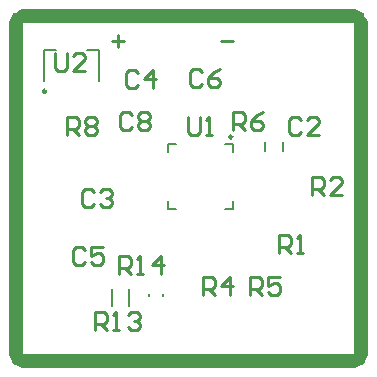
<source format=gto>
G04*
G04 #@! TF.GenerationSoftware,Altium Limited,Altium Designer,22.6.1 (34)*
G04*
G04 Layer_Color=65535*
%FSLAX44Y44*%
%MOMM*%
G71*
G04*
G04 #@! TF.SameCoordinates,4B676402-AEF7-43F9-94C9-A96E2D6DE339*
G04*
G04*
G04 #@! TF.FilePolarity,Positive*
G04*
G01*
G75*
%ADD10C,0.2500*%
%ADD11C,0.2000*%
%ADD12C,0.2540*%
%ADD13C,1.2000*%
D10*
X19284Y222250D02*
G03*
X19284Y222250I-1250J0D01*
G01*
X177000Y183750D02*
G03*
X177000Y183750I-1250J0D01*
G01*
D11*
X54394Y257070D02*
X63894D01*
Y231070D02*
Y257070D01*
X17894D02*
X27394D01*
X17894Y231070D02*
Y257070D01*
X118750Y49000D02*
Y51000D01*
X106250Y49000D02*
Y51000D01*
X89362Y40138D02*
Y54862D01*
X75638Y40138D02*
Y54862D01*
X204344Y172014D02*
Y179014D01*
X220344Y172014D02*
Y179014D01*
X170500Y177250D02*
X177250D01*
Y170500D02*
Y177250D01*
Y122750D02*
Y129500D01*
X170500Y122750D02*
X177250D01*
X122750D02*
X129500D01*
X122750D02*
Y129500D01*
Y177250D02*
X129500D01*
X122750Y170500D02*
Y177250D01*
D12*
X167540Y265040D02*
X177697D01*
X75040Y265118D02*
X85197D01*
X80118Y270197D02*
Y260040D01*
X80956Y67382D02*
Y82618D01*
X88574D01*
X91113Y80078D01*
Y75000D01*
X88574Y72461D01*
X80956D01*
X86034D02*
X91113Y67382D01*
X96191D02*
X101270D01*
X98730D01*
Y82618D01*
X96191Y80078D01*
X116505Y67382D02*
Y82618D01*
X108887Y75000D01*
X119044D01*
X60956Y19883D02*
Y35117D01*
X68574D01*
X71113Y32578D01*
Y27500D01*
X68574Y24961D01*
X60956D01*
X66034D02*
X71113Y19883D01*
X76191D02*
X81270D01*
X78730D01*
Y35117D01*
X76191Y32578D01*
X88887D02*
X91426Y35117D01*
X96505D01*
X99044Y32578D01*
Y30039D01*
X96505Y27500D01*
X93966D01*
X96505D01*
X99044Y24961D01*
Y22422D01*
X96505Y19883D01*
X91426D01*
X88887Y22422D01*
X27304Y255117D02*
Y242422D01*
X29843Y239883D01*
X34922D01*
X37461Y242422D01*
Y255117D01*
X52696Y239883D02*
X42539D01*
X52696Y250039D01*
Y252578D01*
X50157Y255117D01*
X45078D01*
X42539Y252578D01*
X139843Y200117D02*
Y187422D01*
X142382Y184883D01*
X147461D01*
X150000Y187422D01*
Y200117D01*
X155078Y184883D02*
X160157D01*
X157618D01*
Y200117D01*
X155078Y197578D01*
X37304Y184883D02*
Y200117D01*
X44922D01*
X47461Y197578D01*
Y192500D01*
X44922Y189961D01*
X37304D01*
X42382D02*
X47461Y184883D01*
X52539Y197578D02*
X55078Y200117D01*
X60157D01*
X62696Y197578D01*
Y195039D01*
X60157Y192500D01*
X62696Y189961D01*
Y187422D01*
X60157Y184883D01*
X55078D01*
X52539Y187422D01*
Y189961D01*
X55078Y192500D01*
X52539Y195039D01*
Y197578D01*
X55078Y192500D02*
X60157D01*
X177304Y189883D02*
Y205117D01*
X184922D01*
X187461Y202578D01*
Y197500D01*
X184922Y194961D01*
X177304D01*
X182383D02*
X187461Y189883D01*
X202696Y205117D02*
X197617Y202578D01*
X192539Y197500D01*
Y192422D01*
X195078Y189883D01*
X200157D01*
X202696Y192422D01*
Y194961D01*
X200157Y197500D01*
X192539D01*
X192304Y49882D02*
Y65118D01*
X199922D01*
X202461Y62578D01*
Y57500D01*
X199922Y54961D01*
X192304D01*
X197383D02*
X202461Y49882D01*
X217696Y65118D02*
X207539D01*
Y57500D01*
X212617Y60039D01*
X215157D01*
X217696Y57500D01*
Y52422D01*
X215157Y49882D01*
X210078D01*
X207539Y52422D01*
X152304Y49882D02*
Y65118D01*
X159922D01*
X162461Y62578D01*
Y57500D01*
X159922Y54961D01*
X152304D01*
X157382D02*
X162461Y49882D01*
X175157D02*
Y65118D01*
X167539Y57500D01*
X177696D01*
X244804Y134882D02*
Y150118D01*
X252422D01*
X254961Y147578D01*
Y142500D01*
X252422Y139961D01*
X244804D01*
X249883D02*
X254961Y134882D01*
X270196D02*
X260039D01*
X270196Y145039D01*
Y147578D01*
X267657Y150118D01*
X262578D01*
X260039Y147578D01*
X216968Y85632D02*
Y100868D01*
X224586D01*
X227125Y98328D01*
Y93250D01*
X224586Y90711D01*
X216968D01*
X222047D02*
X227125Y85632D01*
X232204D02*
X237282D01*
X234743D01*
Y100868D01*
X232204Y98328D01*
X92461Y202578D02*
X89922Y205117D01*
X84843D01*
X82304Y202578D01*
Y192422D01*
X84843Y189883D01*
X89922D01*
X92461Y192422D01*
X97539Y202578D02*
X100078Y205117D01*
X105157D01*
X107696Y202578D01*
Y200039D01*
X105157Y197500D01*
X107696Y194961D01*
Y192422D01*
X105157Y189883D01*
X100078D01*
X97539Y192422D01*
Y194961D01*
X100078Y197500D01*
X97539Y200039D01*
Y202578D01*
X100078Y197500D02*
X105157D01*
X151131Y239012D02*
X148592Y241551D01*
X143513D01*
X140974Y239012D01*
Y228856D01*
X143513Y226317D01*
X148592D01*
X151131Y228856D01*
X166366Y241551D02*
X161287Y239012D01*
X156209Y233934D01*
Y228856D01*
X158748Y226317D01*
X163827D01*
X166366Y228856D01*
Y231395D01*
X163827Y233934D01*
X156209D01*
X52461Y87578D02*
X49922Y90118D01*
X44843D01*
X42304Y87578D01*
Y77422D01*
X44843Y74882D01*
X49922D01*
X52461Y77422D01*
X67696Y90118D02*
X57539D01*
Y82500D01*
X62618Y85039D01*
X65157D01*
X67696Y82500D01*
Y77422D01*
X65157Y74882D01*
X60078D01*
X57539Y77422D01*
X97461Y237578D02*
X94922Y240117D01*
X89843D01*
X87304Y237578D01*
Y227422D01*
X89843Y224883D01*
X94922D01*
X97461Y227422D01*
X110157Y224883D02*
Y240117D01*
X102539Y232500D01*
X112696D01*
X60090Y136955D02*
X57551Y139495D01*
X52473D01*
X49934Y136955D01*
Y126799D01*
X52473Y124260D01*
X57551D01*
X60090Y126799D01*
X65168Y136955D02*
X67708Y139495D01*
X72786D01*
X75325Y136955D01*
Y134416D01*
X72786Y131877D01*
X70247D01*
X72786D01*
X75325Y129338D01*
Y126799D01*
X72786Y124260D01*
X67708D01*
X65168Y126799D01*
X234961Y197578D02*
X232422Y200117D01*
X227343D01*
X224804Y197578D01*
Y187422D01*
X227343Y184883D01*
X232422D01*
X234961Y187422D01*
X250196Y184883D02*
X240039D01*
X250196Y195039D01*
Y197578D01*
X247657Y200117D01*
X242578D01*
X240039Y197578D01*
D13*
X286000Y280000D02*
G03*
X280000Y286000I-6000J0D01*
G01*
X286000Y280000D02*
G03*
X280000Y286000I-6000J0D01*
G01*
Y-6000D02*
G03*
X286000Y0I0J6000D01*
G01*
X280000Y-6000D02*
G03*
X286000Y0I0J6000D01*
G01*
X0Y286000D02*
G03*
X-6000Y280000I0J-6000D01*
G01*
X0Y286000D02*
G03*
X-6000Y280000I0J-6000D01*
G01*
Y0D02*
G03*
X0Y-6000I6000J0D01*
G01*
X-6000Y0D02*
G03*
X0Y-6000I6000J0D01*
G01*
X286000Y0D02*
Y280000D01*
X0Y286000D02*
X280000D01*
X0Y-6000D02*
X280000D01*
X-6000Y0D02*
Y280000D01*
M02*

</source>
